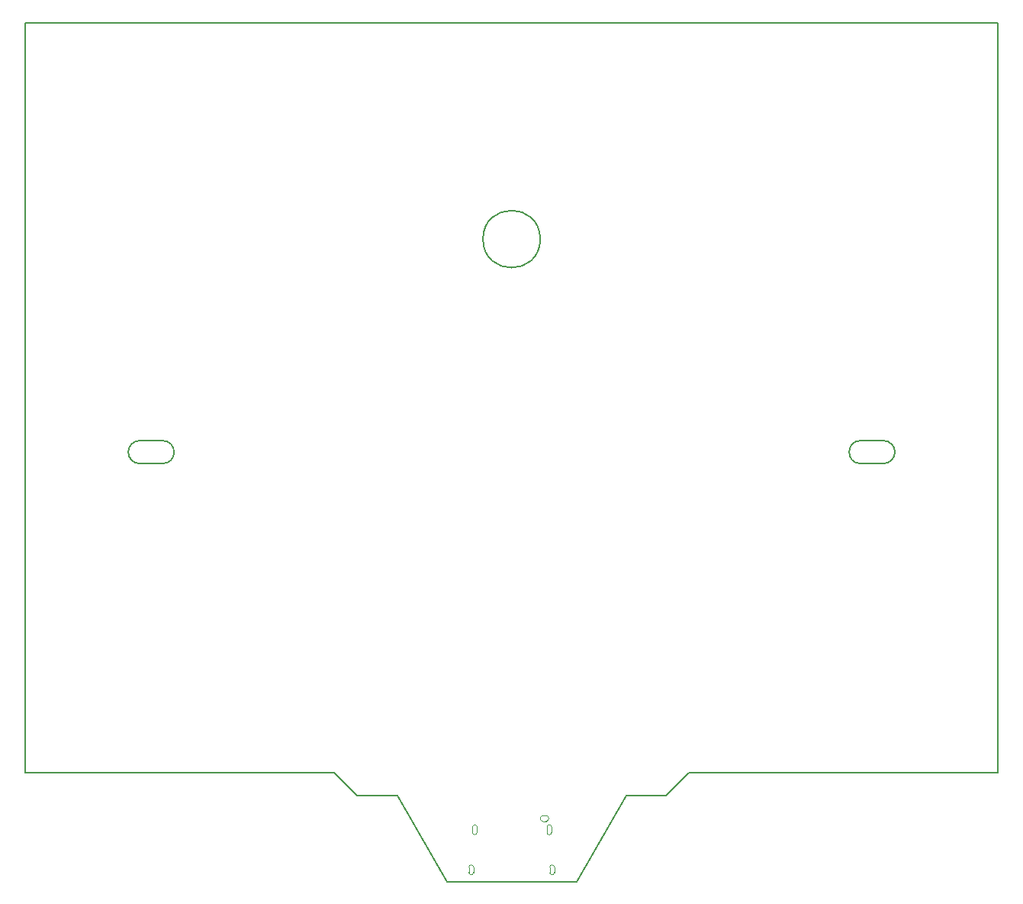
<source format=gbr>
G04 #@! TF.GenerationSoftware,KiCad,Pcbnew,(5.1.6)-1*
G04 #@! TF.CreationDate,2020-09-11T09:01:55-05:00*
G04 #@! TF.ProjectId,Blue_Wizard,426c7565-5f57-4697-9a61-72642e6b6963,rev?*
G04 #@! TF.SameCoordinates,Original*
G04 #@! TF.FileFunction,Profile,NP*
%FSLAX46Y46*%
G04 Gerber Fmt 4.6, Leading zero omitted, Abs format (unit mm)*
G04 Created by KiCad (PCBNEW (5.1.6)-1) date 2020-09-11 09:01:55*
%MOMM*%
%LPD*%
G01*
G04 APERTURE LIST*
G04 #@! TA.AperFunction,Profile*
%ADD10C,0.200000*%
G04 #@! TD*
G04 #@! TA.AperFunction,Profile*
%ADD11C,0.100000*%
G04 #@! TD*
G04 APERTURE END LIST*
D10*
X96520000Y-124460000D02*
X96520000Y-41275001D01*
X133350000Y-127000000D02*
X137795001Y-127000000D01*
X163195000Y-127000000D02*
X167640000Y-127000000D01*
X204470000Y-124460000D02*
X204470000Y-41275001D01*
X130810000Y-124460000D02*
X96520000Y-124460000D01*
X170180000Y-124460000D02*
X204470000Y-124460000D01*
X167640000Y-127000000D02*
X170180000Y-124460000D01*
X130810000Y-124460000D02*
X133350000Y-127000000D01*
X137795001Y-127000000D02*
X143294262Y-136525001D01*
X143294262Y-136525001D02*
X157695739Y-136525001D01*
X157695739Y-136525001D02*
X163195000Y-127000000D01*
X189230001Y-90170000D02*
X191769999Y-90170000D01*
X109220001Y-90170000D02*
G75*
G02*
X109220000Y-87630000I-1J1270000D01*
G01*
X191770000Y-87630000D02*
X189230000Y-87630000D01*
X111760000Y-90170001D02*
X109220002Y-90170001D01*
X111760002Y-87629999D02*
G75*
G02*
X111760000Y-90170001I-1J-1270001D01*
G01*
X109220000Y-87630000D02*
X111760001Y-87630000D01*
X191770002Y-87630000D02*
G75*
G02*
X191769999Y-90170000I-1J-1270000D01*
G01*
X189230002Y-90170000D02*
G75*
G02*
X189230000Y-87630000I-1J1270000D01*
G01*
X204470000Y-41275001D02*
X96520000Y-41275001D01*
X153670001Y-65278000D02*
G75*
G03*
X153670001Y-65278000I-3175001J0D01*
G01*
D11*
X146165000Y-130778000D02*
X146165000Y-130478000D01*
X146665000Y-130478000D02*
X146665000Y-130778000D01*
X146665000Y-130778000D02*
X146665000Y-131078000D01*
X146165000Y-131078000D02*
X146165000Y-130778000D01*
X154425000Y-130778000D02*
X154425000Y-130478000D01*
X154925000Y-130478000D02*
X154925000Y-130778000D01*
X154925000Y-130778000D02*
X154925000Y-131078000D01*
X154425000Y-131078000D02*
X154425000Y-130778000D01*
X154145000Y-129203000D02*
X154295000Y-129203000D01*
X154295000Y-129853000D02*
X154145000Y-129853000D01*
X154145000Y-129853000D02*
X153995000Y-129853000D01*
X153995000Y-129203000D02*
X154145000Y-129203000D01*
X145755000Y-135228000D02*
X145755000Y-134928000D01*
X146255000Y-134928000D02*
X146255000Y-135228000D01*
X146255000Y-135228000D02*
X146255000Y-135528000D01*
X145755000Y-135528000D02*
X145755000Y-135228000D01*
X154735000Y-135228000D02*
X154735000Y-134928000D01*
X155235000Y-134928000D02*
X155235000Y-135228000D01*
X155235000Y-135228000D02*
X155235000Y-135528000D01*
X154735000Y-135528000D02*
X154735000Y-135228000D01*
X146165000Y-130478000D02*
G75*
G02*
X146415000Y-130228000I250000J0D01*
G01*
X146415000Y-130228000D02*
G75*
G02*
X146665000Y-130478000I0J-250000D01*
G01*
X146665000Y-131078000D02*
G75*
G02*
X146415000Y-131328000I-250000J0D01*
G01*
X146415000Y-131328000D02*
G75*
G02*
X146165000Y-131078000I0J250000D01*
G01*
X154425000Y-130478000D02*
G75*
G02*
X154675000Y-130228000I250000J0D01*
G01*
X154675000Y-130228000D02*
G75*
G02*
X154925000Y-130478000I0J-250000D01*
G01*
X154925000Y-131078000D02*
G75*
G02*
X154675000Y-131328000I-250000J0D01*
G01*
X154675000Y-131328000D02*
G75*
G02*
X154425000Y-131078000I0J250000D01*
G01*
X154295000Y-129203000D02*
G75*
G02*
X154620000Y-129528000I0J-325000D01*
G01*
X154620000Y-129528000D02*
G75*
G02*
X154295000Y-129853000I-325000J0D01*
G01*
X153995000Y-129853000D02*
G75*
G02*
X153670000Y-129528000I0J325000D01*
G01*
X153670000Y-129528000D02*
G75*
G02*
X153995000Y-129203000I325000J0D01*
G01*
X145755000Y-134928000D02*
G75*
G02*
X146005000Y-134678000I250000J0D01*
G01*
X146005000Y-134678000D02*
G75*
G02*
X146255000Y-134928000I0J-250000D01*
G01*
X146255000Y-135528000D02*
G75*
G02*
X146005000Y-135778000I-250000J0D01*
G01*
X146005000Y-135778000D02*
G75*
G02*
X145755000Y-135528000I0J250000D01*
G01*
X154735000Y-134928000D02*
G75*
G02*
X154985000Y-134678000I250000J0D01*
G01*
X154985000Y-134678000D02*
G75*
G02*
X155235000Y-134928000I0J-250000D01*
G01*
X155235000Y-135528000D02*
G75*
G02*
X154985000Y-135778000I-250000J0D01*
G01*
X154985000Y-135778000D02*
G75*
G02*
X154735000Y-135528000I0J250000D01*
G01*
M02*

</source>
